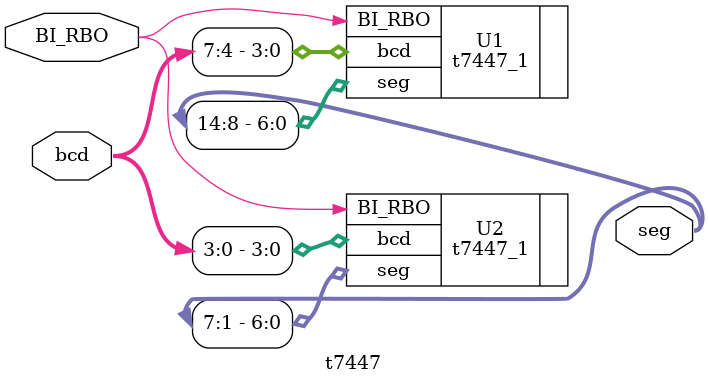
<source format=v>
module t7447 ( bcd, seg, BI_RBO);
input BI_RBO;
input [7:0] bcd;
output [14:1] seg; 


t7447_1 U1 ( .bcd(bcd[7:4]),.seg(seg[14:8]),.BI_RBO(BI_RBO));
t7447_1 U2 ( .bcd(bcd[3:0]),.seg(seg[7:1]),.BI_RBO(BI_RBO));

endmodule

</source>
